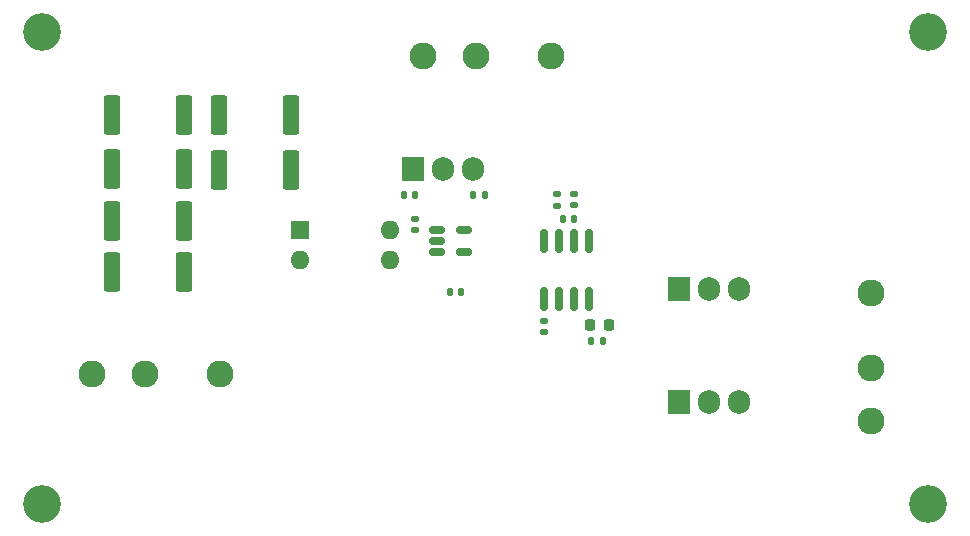
<source format=gbr>
%TF.GenerationSoftware,KiCad,Pcbnew,9.0.0*%
%TF.CreationDate,2025-04-18T20:07:31-05:00*%
%TF.ProjectId,RML,524d4c2e-6b69-4636-9164-5f7063625858,rev?*%
%TF.SameCoordinates,PX3473bc0PY2160ec0*%
%TF.FileFunction,Soldermask,Top*%
%TF.FilePolarity,Negative*%
%FSLAX46Y46*%
G04 Gerber Fmt 4.6, Leading zero omitted, Abs format (unit mm)*
G04 Created by KiCad (PCBNEW 9.0.0) date 2025-04-18 20:07:31*
%MOMM*%
%LPD*%
G01*
G04 APERTURE LIST*
G04 Aperture macros list*
%AMRoundRect*
0 Rectangle with rounded corners*
0 $1 Rounding radius*
0 $2 $3 $4 $5 $6 $7 $8 $9 X,Y pos of 4 corners*
0 Add a 4 corners polygon primitive as box body*
4,1,4,$2,$3,$4,$5,$6,$7,$8,$9,$2,$3,0*
0 Add four circle primitives for the rounded corners*
1,1,$1+$1,$2,$3*
1,1,$1+$1,$4,$5*
1,1,$1+$1,$6,$7*
1,1,$1+$1,$8,$9*
0 Add four rect primitives between the rounded corners*
20,1,$1+$1,$2,$3,$4,$5,0*
20,1,$1+$1,$4,$5,$6,$7,0*
20,1,$1+$1,$6,$7,$8,$9,0*
20,1,$1+$1,$8,$9,$2,$3,0*%
G04 Aperture macros list end*
%ADD10R,1.905000X2.000000*%
%ADD11O,1.905000X2.000000*%
%ADD12C,3.200000*%
%ADD13RoundRect,0.140000X-0.140000X-0.170000X0.140000X-0.170000X0.140000X0.170000X-0.140000X0.170000X0*%
%ADD14RoundRect,0.249999X0.450001X1.425001X-0.450001X1.425001X-0.450001X-1.425001X0.450001X-1.425001X0*%
%ADD15R,1.600000X1.600000*%
%ADD16O,1.600000X1.600000*%
%ADD17C,2.286000*%
%ADD18RoundRect,0.140000X-0.170000X0.140000X-0.170000X-0.140000X0.170000X-0.140000X0.170000X0.140000X0*%
%ADD19RoundRect,0.140000X0.140000X0.170000X-0.140000X0.170000X-0.140000X-0.170000X0.140000X-0.170000X0*%
%ADD20RoundRect,0.225000X-0.225000X-0.250000X0.225000X-0.250000X0.225000X0.250000X-0.225000X0.250000X0*%
%ADD21RoundRect,0.140000X0.170000X-0.140000X0.170000X0.140000X-0.170000X0.140000X-0.170000X-0.140000X0*%
%ADD22RoundRect,0.249999X-0.450001X-1.425001X0.450001X-1.425001X0.450001X1.425001X-0.450001X1.425001X0*%
%ADD23RoundRect,0.150000X-0.150000X0.825000X-0.150000X-0.825000X0.150000X-0.825000X0.150000X0.825000X0*%
%ADD24RoundRect,0.150000X-0.512500X-0.150000X0.512500X-0.150000X0.512500X0.150000X-0.512500X0.150000X0*%
G04 APERTURE END LIST*
D10*
%TO.C,Q102*%
X58960000Y-26745000D03*
D11*
X61500000Y-26745000D03*
X64040000Y-26745000D03*
%TD*%
D12*
%TO.C,H103*%
X5000000Y-45000000D03*
%TD*%
D13*
%TO.C,C102*%
X51500992Y-31200000D03*
X52460992Y-31200000D03*
%TD*%
D14*
%TO.C,R104*%
X17050000Y-12000000D03*
X10950000Y-12000000D03*
%TD*%
D15*
%TO.C,U103*%
X26878000Y-21795000D03*
D16*
X26878000Y-24335000D03*
X34498000Y-24335000D03*
X34498000Y-21795000D03*
%TD*%
D12*
%TO.C,H104*%
X5000000Y-5000000D03*
%TD*%
D17*
%TO.C,U101*%
X13714000Y-34000000D03*
X20064000Y-34000000D03*
X9269000Y-34000000D03*
%TD*%
D13*
%TO.C,R105*%
X49105000Y-20825860D03*
X50065000Y-20825860D03*
%TD*%
D18*
%TO.C,C103*%
X47540000Y-29460860D03*
X47540000Y-30420860D03*
%TD*%
D12*
%TO.C,H101*%
X80000000Y-45000000D03*
%TD*%
D14*
%TO.C,R106*%
X26050000Y-12000000D03*
X19950000Y-12000000D03*
%TD*%
D17*
%TO.C,U106*%
X41714000Y-7000000D03*
X48064000Y-7000000D03*
X37269000Y-7000000D03*
%TD*%
D19*
%TO.C,C105*%
X36580000Y-18800000D03*
X35620000Y-18800000D03*
%TD*%
D14*
%TO.C,R108*%
X26050000Y-16700000D03*
X19950000Y-16700000D03*
%TD*%
%TO.C,R102*%
X17050000Y-20988000D03*
X10950000Y-20988000D03*
%TD*%
D13*
%TO.C,C106*%
X41520000Y-18800000D03*
X42480000Y-18800000D03*
%TD*%
D20*
%TO.C,C101*%
X51425000Y-29800000D03*
X52975000Y-29800000D03*
%TD*%
D18*
%TO.C,C104*%
X50060000Y-18715860D03*
X50060000Y-19675860D03*
%TD*%
%TO.C,R109*%
X36600000Y-20820000D03*
X36600000Y-21780000D03*
%TD*%
D21*
%TO.C,R107*%
X48610000Y-19700860D03*
X48610000Y-18740860D03*
%TD*%
D22*
%TO.C,R103*%
X10950000Y-16621000D03*
X17050000Y-16621000D03*
%TD*%
D13*
%TO.C,R110*%
X39520000Y-27000000D03*
X40480000Y-27000000D03*
%TD*%
D23*
%TO.C,U102*%
X51340000Y-22675860D03*
X50070000Y-22675860D03*
X48800000Y-22675860D03*
X47530000Y-22675860D03*
X47530000Y-27625860D03*
X48800000Y-27625860D03*
X50070000Y-27625860D03*
X51340000Y-27625860D03*
%TD*%
D22*
%TO.C,R101*%
X10950000Y-25306000D03*
X17050000Y-25306000D03*
%TD*%
D10*
%TO.C,U107*%
X36420000Y-16611000D03*
D11*
X38960000Y-16611000D03*
X41500000Y-16611000D03*
%TD*%
D10*
%TO.C,Q101*%
X58920000Y-36300000D03*
D11*
X61460000Y-36300000D03*
X64000000Y-36300000D03*
%TD*%
D12*
%TO.C,H102*%
X80000000Y-5000000D03*
%TD*%
D17*
%TO.C,U105*%
X75200000Y-33486000D03*
X75200000Y-27136000D03*
X75200000Y-37931000D03*
%TD*%
D24*
%TO.C,U104*%
X38462500Y-21750000D03*
X38462500Y-22700000D03*
X38462500Y-23650000D03*
X40737500Y-23650000D03*
X40737500Y-21750000D03*
%TD*%
M02*

</source>
